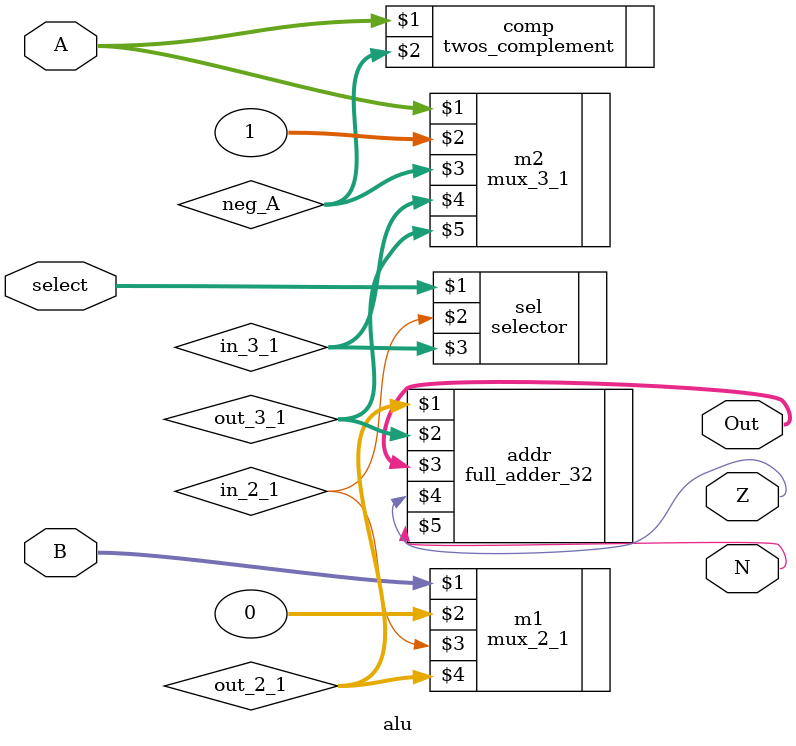
<source format=v>
`timescale 1ns / 1ps


module alu(select, A, B, Out, Z, N);
    input [3:0] select;
    input [31:0] A, B;
    output wire [31:0] Out;
    output wire Z, N;
    
    // selection logic
    wire in_2_1;
    wire [1:0] in_3_1;
    selector sel(select, in_2_1, in_3_1);
    
    // 2_1 mux
    wire [31:0] out_2_1;
    mux_2_1 m1(B, 0, in_2_1, out_2_1);
    
    
    wire [31:0] neg_A; // to be added later
    twos_complement comp(A, neg_A);
    
    // 3_1 mux
    wire [31:0] out_3_1;
    mux_3_1 m2(A, 1, neg_A, in_3_1, out_3_1);
    
    
    full_adder_32 addr(out_2_1, out_3_1, Out, Z, N);
    
endmodule

</source>
